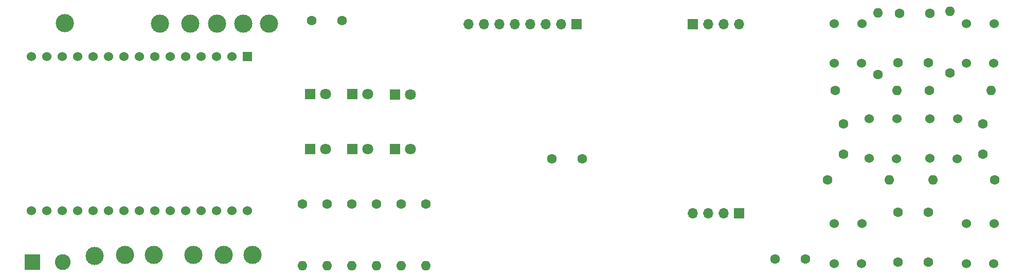
<source format=gts>
%TF.GenerationSoftware,KiCad,Pcbnew,8.0.1*%
%TF.CreationDate,2024-04-15T12:37:58+02:00*%
%TF.ProjectId,EEK,45454b2e-6b69-4636-9164-5f7063625858,V1.1*%
%TF.SameCoordinates,Original*%
%TF.FileFunction,Soldermask,Top*%
%TF.FilePolarity,Negative*%
%FSLAX46Y46*%
G04 Gerber Fmt 4.6, Leading zero omitted, Abs format (unit mm)*
G04 Created by KiCad (PCBNEW 8.0.1) date 2024-04-15 12:37:58*
%MOMM*%
%LPD*%
G01*
G04 APERTURE LIST*
%ADD10C,1.524000*%
%ADD11C,1.600000*%
%ADD12O,1.600000X1.600000*%
%ADD13C,3.000000*%
%ADD14R,1.800000X1.800000*%
%ADD15C,1.800000*%
%ADD16R,1.524000X1.524000*%
%ADD17R,1.700000X1.700000*%
%ADD18O,1.700000X1.700000*%
%ADD19R,2.600000X2.600000*%
%ADD20C,2.600000*%
G04 APERTURE END LIST*
D10*
%TO.C,U4*%
X194264800Y-98880400D03*
X194264800Y-105433600D03*
X198836800Y-98880400D03*
X198760600Y-105459000D03*
%TD*%
D11*
%TO.C,R1*%
X111250000Y-112920000D03*
D12*
X111250000Y-123080000D03*
%TD*%
D13*
%TO.C,TP6*%
X82750000Y-121354100D03*
%TD*%
D11*
%TO.C,R12*%
X204930000Y-108925000D03*
D12*
X194770000Y-108925000D03*
%TD*%
D13*
%TO.C,TP4*%
X72500000Y-83250000D03*
%TD*%
D14*
%TO.C,D6*%
X106225000Y-103854100D03*
D15*
X108765000Y-103854100D03*
%TD*%
D13*
%TO.C,TP8*%
X73000000Y-121354100D03*
%TD*%
D11*
%TO.C,C2*%
X194000000Y-89700000D03*
X189000000Y-89700000D03*
%TD*%
%TO.C,R3*%
X103150000Y-112920000D03*
D12*
X103150000Y-123080000D03*
%TD*%
D11*
%TO.C,C5*%
X189000000Y-114300000D03*
X194000000Y-114300000D03*
%TD*%
%TO.C,C9*%
X132000000Y-105500000D03*
X137000000Y-105500000D03*
%TD*%
%TO.C,C8*%
X92500000Y-82750000D03*
X97500000Y-82750000D03*
%TD*%
D14*
%TO.C,D5*%
X99225000Y-103854100D03*
D15*
X101765000Y-103854100D03*
%TD*%
D11*
%TO.C,R9*%
X178670000Y-94250000D03*
D12*
X188830000Y-94250000D03*
%TD*%
D13*
%TO.C,TP7*%
X78000000Y-121354100D03*
%TD*%
D16*
%TO.C,U1*%
X81897500Y-88654100D03*
D10*
X79357500Y-88654100D03*
X76817500Y-88654100D03*
X74277500Y-88654100D03*
X71737500Y-88654100D03*
X69197500Y-88654100D03*
X66657500Y-88654100D03*
X64117500Y-88654100D03*
X61577500Y-88654100D03*
X59037500Y-88654100D03*
X56497500Y-88654100D03*
X53957500Y-88654100D03*
X51417500Y-88654100D03*
X48877500Y-88654100D03*
X46337500Y-88654100D03*
X46337500Y-114054100D03*
X48877500Y-114054100D03*
X51417500Y-114054100D03*
X53957500Y-114054100D03*
X56497500Y-114054100D03*
X59037500Y-114054100D03*
X61577500Y-114054100D03*
X64117500Y-114054100D03*
X66657500Y-114054100D03*
X69197500Y-114054100D03*
X71737500Y-114054100D03*
X74277500Y-114054100D03*
X76817500Y-114054100D03*
X79357500Y-114054100D03*
X81897500Y-114054100D03*
%TD*%
D17*
%TO.C,U10*%
X155250000Y-83354100D03*
D18*
X157790000Y-83354100D03*
X160330000Y-83354100D03*
X162870000Y-83354100D03*
%TD*%
D14*
%TO.C,D2*%
X99225000Y-94854100D03*
D15*
X101765000Y-94854100D03*
%TD*%
D13*
%TO.C,TP13*%
X51882500Y-83154100D03*
%TD*%
D14*
%TO.C,D1*%
X106225000Y-94875000D03*
D15*
X108765000Y-94875000D03*
%TD*%
D14*
%TO.C,D3*%
X92225000Y-94850000D03*
D15*
X94765000Y-94850000D03*
%TD*%
D13*
%TO.C,TP1*%
X85500000Y-83250000D03*
%TD*%
%TO.C,TP10*%
X61750000Y-121354100D03*
%TD*%
D11*
%TO.C,C4*%
X203000000Y-104750000D03*
X203000000Y-99750000D03*
%TD*%
D10*
%TO.C,U2*%
X200264800Y-83192700D03*
X200264800Y-89745900D03*
X204836800Y-83192700D03*
X204760600Y-89771300D03*
%TD*%
D11*
%TO.C,C3*%
X180000000Y-104750000D03*
X180000000Y-99750000D03*
%TD*%
D14*
%TO.C,D4*%
X92225000Y-103854100D03*
D15*
X94765000Y-103854100D03*
%TD*%
D11*
%TO.C,R7*%
X197550000Y-91330000D03*
D12*
X197550000Y-81170000D03*
%TD*%
D11*
%TO.C,R8*%
X185750000Y-91580000D03*
D12*
X185750000Y-81420000D03*
%TD*%
D19*
%TO.C,J1*%
X46500000Y-122555000D03*
D20*
X51500000Y-122555000D03*
%TD*%
D10*
%TO.C,U6*%
X200264800Y-116196800D03*
X200264800Y-122750000D03*
X204836800Y-116196800D03*
X204760600Y-122775400D03*
%TD*%
D11*
%TO.C,C7*%
X168750000Y-122000000D03*
X173750000Y-122000000D03*
%TD*%
D10*
%TO.C,U3*%
X184264800Y-98880400D03*
X184264800Y-105433600D03*
X188836800Y-98880400D03*
X188760600Y-105459000D03*
%TD*%
D13*
%TO.C,TP2*%
X81250000Y-83250000D03*
%TD*%
D17*
%TO.C,U9*%
X136130000Y-83284118D03*
D18*
X133590000Y-83284118D03*
X131050000Y-83284118D03*
X128510000Y-83284118D03*
X125970000Y-83284118D03*
X123430000Y-83284118D03*
X120890000Y-83284118D03*
X118350000Y-83284118D03*
%TD*%
D13*
%TO.C,TP5*%
X67500000Y-83250000D03*
%TD*%
D11*
%TO.C,C1*%
X189250000Y-81500000D03*
X194250000Y-81500000D03*
%TD*%
%TO.C,R4*%
X99100000Y-112920000D03*
D12*
X99100000Y-123080000D03*
%TD*%
D11*
%TO.C,R10*%
X194170000Y-94250000D03*
D12*
X204330000Y-94250000D03*
%TD*%
D11*
%TO.C,R2*%
X107200000Y-112920000D03*
D12*
X107200000Y-123080000D03*
%TD*%
D13*
%TO.C,TP9*%
X66500000Y-121354100D03*
%TD*%
D11*
%TO.C,C6*%
X189000000Y-122500000D03*
X194000000Y-122500000D03*
%TD*%
%TO.C,R5*%
X95050000Y-112920000D03*
D12*
X95050000Y-123080000D03*
%TD*%
D13*
%TO.C,TP12*%
X56750000Y-121500000D03*
%TD*%
D11*
%TO.C,R11*%
X177420000Y-109000000D03*
D12*
X187580000Y-109000000D03*
%TD*%
D10*
%TO.C,u7*%
X178489800Y-83192700D03*
X178489800Y-89745900D03*
X183061800Y-83192700D03*
X182985600Y-89771300D03*
%TD*%
D11*
%TO.C,R6*%
X91000000Y-112920000D03*
D12*
X91000000Y-123080000D03*
%TD*%
D10*
%TO.C,U5*%
X178500000Y-116196800D03*
X178500000Y-122750000D03*
X183072000Y-116196800D03*
X182995800Y-122775400D03*
%TD*%
D13*
%TO.C,TP3*%
X76882500Y-83250000D03*
%TD*%
D17*
%TO.C,U8*%
X162850000Y-114500000D03*
D18*
X160310000Y-114500000D03*
X157770000Y-114500000D03*
X155230000Y-114500000D03*
%TD*%
M02*

</source>
